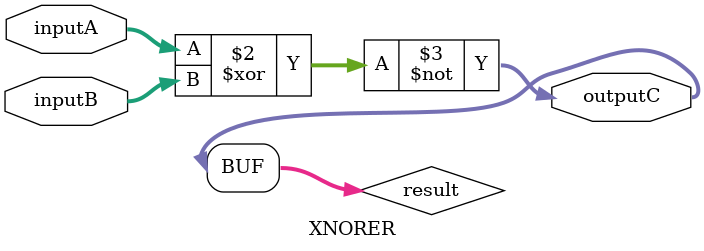
<source format=v>

module ANDER(inputA,inputB,outputC);
	input  [15:0] inputA;
	input  [15:0] inputB;
	output [15:0] outputC;
	wire   [15:0] inputA;
	wire   [15:0] inputB;
	reg    [15:0] outputC;
	reg    [15:0] result;

	always@(*)
		begin
			result=inputA&inputB;
			outputC=result;
		end
 
endmodule

//============================================
//XOR operation
//============================================
module XORER(inputA,inputB,outputC);
	input  [15:0] inputA;
	input  [15:0] inputB;
	output [15:0] outputC;
	wire   [15:0] inputA;
	wire   [15:0] inputB;
	reg    [15:0] outputC;
	reg    [15:0] result;

	always@(*)
		begin
			result=inputA^inputB;
			outputC=result;
		end
 
endmodule

//============================================
// OR operation
//============================================
module ORER(inputA,inputB,outputC);
	input  [15:0] inputA;
	input  [15:0] inputB;
	output [15:0] outputC;
	wire   [15:0] inputA;
	wire   [15:0] inputB;
	reg    [15:0] outputC;
	reg    [15:0] result;

	always@(*)
		begin
			result=inputA|inputB;
			outputC=result;
		end
 
endmodule

//============================================
// NAND operation
//============================================
module NANDER(inputA,inputB,outputC);
	input  [15:0] inputA;
	input  [15:0] inputB;
	output [15:0] outputC;
	wire   [15:0] inputA;
	wire   [15:0] inputB;
	reg    [15:0] outputC;
	reg    [15:0] result;

	always@(*)
		begin
			//input = 0 & 1 → output = 1
			result= ~(inputA&inputB);
			outputC=result;
		end
 
endmodule

//============================================
// NOT operation
//============================================
module NOTER(inputA,outputC);
	input  [15:0] inputA;
	output [15:0] outputC;
	wire   [15:0] inputA;
	reg    [15:0] outputC;
	reg    [15:0] result;

	always@(*)
		begin
			// this has to be a not gate, I will be using '~' to implement not A, similarly would be for Not B
			// input = 0001 → output = 1110
			result= ~inputA;
			outputC=result;
		end
 
endmodule

//============================================
// NOR operation
//============================================
module NORER(inputA,inputB,outputC);
	input  [15:0] inputA;
	input  [15:0] inputB;
	output [15:0] outputC;
	wire   [15:0] inputA;
	wire   [15:0] inputB;
	
	reg    [15:0] outputC;
	reg    [15:0] result;

	always@(*)
		begin
			result= ~(inputA|inputB);
			outputC=result;
		end
 
endmodule

//============================================
//XNOR operation
//============================================
module XNORER(inputA,inputB,outputC);
	input  [15:0] inputA;
	input  [15:0] inputB;
	output [15:0] outputC;
	
	wire   [15:0] inputA;
	wire   [15:0] inputB;
	
	reg    [15:0] outputC;
	reg    [15:0] result;

	always@(*)
		begin
			result= ~(inputA^inputB);
			outputC=result;
		end
 
endmodule
</source>
